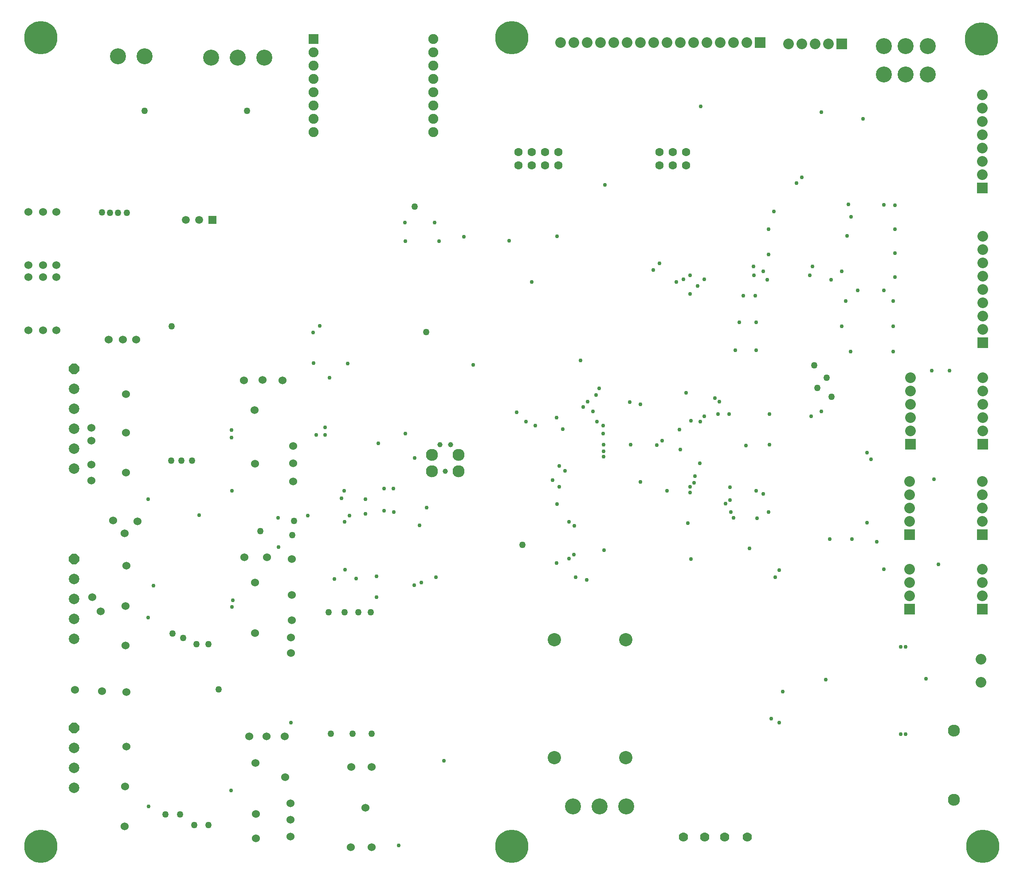
<source format=gbs>
G04*
G04 #@! TF.GenerationSoftware,Altium Limited,Altium Designer,19.0.10 (269)*
G04*
G04 Layer_Color=16711935*
%FSLAX25Y25*%
%MOIN*%
G70*
G01*
G75*
%ADD24R,0.08000X0.08000*%
%ADD64C,0.08000*%
%ADD65C,0.06000*%
%ADD66R,0.08000X0.08000*%
%ADD67R,0.07480X0.07480*%
%ADD68C,0.07480*%
%ADD69C,0.06299*%
%ADD70C,0.10000*%
%ADD71C,0.12000*%
%ADD72C,0.09055*%
%ADD73C,0.07874*%
%ADD74P,0.08523X8X292.5*%
%ADD75C,0.05906*%
%ADD76R,0.05906X0.05906*%
%ADD77C,0.07000*%
%ADD78C,0.25000*%
%ADD79C,0.03900*%
%ADD80C,0.03000*%
%ADD81C,0.05000*%
D24*
X561500Y624500D02*
D03*
X623000Y623500D02*
D03*
D64*
X727530Y160653D02*
D03*
Y143347D02*
D03*
X411500Y624500D02*
D03*
X421500D02*
D03*
X431500Y624500D02*
D03*
X441500Y624500D02*
D03*
X451500Y624500D02*
D03*
X461500Y624500D02*
D03*
X471500D02*
D03*
X481500Y624500D02*
D03*
X491500D02*
D03*
X501500Y624500D02*
D03*
X511500D02*
D03*
X521500Y624500D02*
D03*
X531500D02*
D03*
X541500D02*
D03*
X551500Y624500D02*
D03*
X728799Y372394D02*
D03*
Y362394D02*
D03*
Y352394D02*
D03*
Y342394D02*
D03*
Y332394D02*
D03*
X729000Y408600D02*
D03*
Y478600D02*
D03*
Y468600D02*
D03*
Y458600D02*
D03*
Y448600D02*
D03*
Y438600D02*
D03*
Y428600D02*
D03*
Y418600D02*
D03*
X583000Y623500D02*
D03*
X593000D02*
D03*
X603000D02*
D03*
X613000D02*
D03*
X728391Y585109D02*
D03*
Y575109D02*
D03*
Y565109D02*
D03*
Y555109D02*
D03*
Y545109D02*
D03*
Y535109D02*
D03*
Y525109D02*
D03*
X674500Y372500D02*
D03*
Y362500D02*
D03*
Y352500D02*
D03*
Y342500D02*
D03*
Y332500D02*
D03*
X674000Y294500D02*
D03*
Y284500D02*
D03*
Y274500D02*
D03*
Y264500D02*
D03*
X728500Y294500D02*
D03*
Y284500D02*
D03*
Y274500D02*
D03*
Y264500D02*
D03*
X728500Y228500D02*
D03*
Y218500D02*
D03*
Y208500D02*
D03*
X674000Y228500D02*
D03*
Y218500D02*
D03*
Y208500D02*
D03*
D65*
X182000Y307600D02*
D03*
X71850Y401167D02*
D03*
X85000Y331000D02*
D03*
X269500Y19500D02*
D03*
X254000D02*
D03*
X269494Y79519D02*
D03*
X254100D02*
D03*
X182500Y44449D02*
D03*
X182031Y82654D02*
D03*
X182000Y180500D02*
D03*
X204031Y102618D02*
D03*
X190500D02*
D03*
X177540D02*
D03*
X204531Y72154D02*
D03*
X182500Y25933D02*
D03*
X208500Y27449D02*
D03*
Y39949D02*
D03*
Y52349D02*
D03*
X209000Y165500D02*
D03*
Y177000D02*
D03*
X209500Y189949D02*
D03*
X265000Y49000D02*
D03*
X182000Y218500D02*
D03*
X209500Y208933D02*
D03*
Y236000D02*
D03*
X191000Y237500D02*
D03*
X174000D02*
D03*
X210500Y294500D02*
D03*
Y308000D02*
D03*
Y321000D02*
D03*
X202500Y370500D02*
D03*
X187500Y370600D02*
D03*
X173500Y370500D02*
D03*
X181500Y348100D02*
D03*
X84000Y35000D02*
D03*
X84189Y65000D02*
D03*
X85189Y95056D02*
D03*
X84500Y171000D02*
D03*
Y200600D02*
D03*
X85189Y231000D02*
D03*
X84000Y255500D02*
D03*
X85000Y360000D02*
D03*
X85189Y136056D02*
D03*
X67000Y136600D02*
D03*
X46500Y137600D02*
D03*
X66000Y196600D02*
D03*
X59500Y207416D02*
D03*
X93500Y264500D02*
D03*
X75300Y265067D02*
D03*
X85000Y301000D02*
D03*
X59000Y307090D02*
D03*
Y295100D02*
D03*
Y334600D02*
D03*
Y325036D02*
D03*
X92568Y401167D02*
D03*
X82568D02*
D03*
X11500Y408100D02*
D03*
X22489D02*
D03*
X32489D02*
D03*
X11511Y448100D02*
D03*
X22500D02*
D03*
X32500D02*
D03*
X11500Y457100D02*
D03*
X22489D02*
D03*
X32489D02*
D03*
X32500Y497100D02*
D03*
X22500D02*
D03*
X11511D02*
D03*
D66*
X728799Y322394D02*
D03*
X729000Y398600D02*
D03*
X728391Y515109D02*
D03*
X674500Y322500D02*
D03*
X674000Y254500D02*
D03*
X728500D02*
D03*
X728500Y198500D02*
D03*
X674000D02*
D03*
D67*
X226000Y627000D02*
D03*
D68*
Y617000D02*
D03*
Y607000D02*
D03*
Y597000D02*
D03*
Y587000D02*
D03*
Y577000D02*
D03*
Y567000D02*
D03*
Y557000D02*
D03*
X316000D02*
D03*
Y567000D02*
D03*
Y577000D02*
D03*
Y587000D02*
D03*
Y597000D02*
D03*
Y607000D02*
D03*
Y617000D02*
D03*
Y627000D02*
D03*
D69*
X380000Y532000D02*
D03*
Y542000D02*
D03*
X390000Y532000D02*
D03*
Y542000D02*
D03*
X400000Y532000D02*
D03*
Y542000D02*
D03*
X410000D02*
D03*
Y532000D02*
D03*
X506000Y542083D02*
D03*
Y532083D02*
D03*
X496000Y542083D02*
D03*
Y532083D02*
D03*
X486000Y542083D02*
D03*
Y532083D02*
D03*
D70*
X460500Y175290D02*
D03*
Y86710D02*
D03*
X407000D02*
D03*
Y175290D02*
D03*
D71*
X99000Y614000D02*
D03*
X79000D02*
D03*
X654465Y621827D02*
D03*
X671000D02*
D03*
X687535D02*
D03*
Y600173D02*
D03*
X671000D02*
D03*
X654465D02*
D03*
X189000Y613000D02*
D03*
X169000D02*
D03*
X149000D02*
D03*
X421000Y50000D02*
D03*
X441000D02*
D03*
X461000D02*
D03*
D72*
X707094Y55134D02*
D03*
Y106866D02*
D03*
X315000Y302000D02*
D03*
X335000D02*
D03*
X315000Y314500D02*
D03*
X335000D02*
D03*
D73*
X46000Y64000D02*
D03*
Y94000D02*
D03*
Y79000D02*
D03*
Y206000D02*
D03*
Y221000D02*
D03*
Y191000D02*
D03*
Y176000D02*
D03*
Y319000D02*
D03*
Y334000D02*
D03*
Y364000D02*
D03*
Y349000D02*
D03*
Y304000D02*
D03*
D74*
Y109000D02*
D03*
Y236000D02*
D03*
Y379000D02*
D03*
D75*
X130000Y491000D02*
D03*
X140000D02*
D03*
D76*
X150000D02*
D03*
D77*
X552000Y27000D02*
D03*
X535000D02*
D03*
X520000D02*
D03*
X504000D02*
D03*
D78*
X375000Y20000D02*
D03*
X21000Y628000D02*
D03*
X375000D02*
D03*
X729000Y20000D02*
D03*
X728000Y627000D02*
D03*
X21000Y20000D02*
D03*
D79*
X329000Y322000D02*
D03*
X321000D02*
D03*
X325000Y302000D02*
D03*
D80*
X408500Y342500D02*
D03*
X413271Y333784D02*
D03*
X444305Y242514D02*
D03*
X422903Y222416D02*
D03*
X431096Y220263D02*
D03*
X504000Y446500D02*
D03*
X514500Y441500D02*
D03*
X519500Y446500D02*
D03*
X509000Y435500D02*
D03*
X481078Y453422D02*
D03*
X573000Y222500D02*
D03*
X568000Y271500D02*
D03*
X559039Y266706D02*
D03*
X576000Y227646D02*
D03*
X627000Y479000D02*
D03*
X654500Y502500D02*
D03*
X663000Y502000D02*
D03*
X627822Y502600D02*
D03*
X199500Y244905D02*
D03*
X246799Y281766D02*
D03*
X199280Y267000D02*
D03*
X629944Y493193D02*
D03*
X506000Y361000D02*
D03*
X538300Y345026D02*
D03*
X530000Y345000D02*
D03*
X570000Y116000D02*
D03*
X576000Y113000D02*
D03*
X436000Y347000D02*
D03*
X378500Y346500D02*
D03*
X265000Y270000D02*
D03*
Y281000D02*
D03*
X164218Y333000D02*
D03*
X226000Y383500D02*
D03*
X105500Y216000D02*
D03*
X234500Y329500D02*
D03*
Y335000D02*
D03*
X301500Y216500D02*
D03*
X318000Y222250D02*
D03*
X563700Y452500D02*
D03*
X556662Y456074D02*
D03*
X556765Y449491D02*
D03*
X622700Y452500D02*
D03*
X615000Y446000D02*
D03*
X324000Y84409D02*
D03*
X317000Y489000D02*
D03*
X274500Y323017D02*
D03*
X253000Y268706D02*
D03*
X209000Y113000D02*
D03*
X307000Y218500D02*
D03*
X444000Y313000D02*
D03*
X408984Y277295D02*
D03*
X410500Y290500D02*
D03*
X408500Y233000D02*
D03*
X345874Y382000D02*
D03*
X405500Y295500D02*
D03*
X418000Y264000D02*
D03*
X415000Y302500D02*
D03*
X392500Y336500D02*
D03*
X230500Y411500D02*
D03*
X225500Y406300D02*
D03*
X164094Y327220D02*
D03*
X241500Y221000D02*
D03*
X165063Y204965D02*
D03*
X491500Y287500D02*
D03*
X507145Y263063D02*
D03*
X509500Y236000D02*
D03*
X422000Y261000D02*
D03*
X443500Y336500D02*
D03*
X439000Y339500D02*
D03*
X140000Y268964D02*
D03*
X102000Y50000D02*
D03*
X228000Y329500D02*
D03*
X101500Y281000D02*
D03*
Y192137D02*
D03*
X164500Y287500D02*
D03*
X238000Y372500D02*
D03*
X286033Y271500D02*
D03*
X278737Y288937D02*
D03*
X279000Y272500D02*
D03*
X164500Y200000D02*
D03*
X248967Y287500D02*
D03*
X221500Y268706D02*
D03*
X305500Y261500D02*
D03*
X286000Y289000D02*
D03*
X273137Y223000D02*
D03*
X273006Y207500D02*
D03*
X302000Y312000D02*
D03*
X311000Y274604D02*
D03*
X464328Y322000D02*
D03*
X484000Y321652D02*
D03*
X164000Y62000D02*
D03*
X249544Y227937D02*
D03*
X290000Y20544D02*
D03*
X593000Y523000D02*
D03*
X639000Y567000D02*
D03*
X501500Y318500D02*
D03*
X488000Y325000D02*
D03*
X463590Y354090D02*
D03*
X500733Y333216D02*
D03*
X509500Y340000D02*
D03*
X516500Y339500D02*
D03*
X519500Y343500D02*
D03*
X418000Y236500D02*
D03*
X421500Y239500D02*
D03*
X390000Y444500D02*
D03*
X410500Y306000D02*
D03*
X426500Y385500D02*
D03*
X438126Y359500D02*
D03*
X471500Y352500D02*
D03*
X440500Y364500D02*
D03*
X258000Y221353D02*
D03*
X295000Y330500D02*
D03*
X409000Y478600D02*
D03*
X445000Y517505D02*
D03*
X385500Y339500D02*
D03*
X428500Y350500D02*
D03*
X432000Y354500D02*
D03*
X471500Y293900D02*
D03*
X511838Y293319D02*
D03*
X498500Y444500D02*
D03*
X531000Y354268D02*
D03*
X527635Y357000D02*
D03*
X486000Y458500D02*
D03*
X508830Y290311D02*
D03*
X509000Y286000D02*
D03*
Y449500D02*
D03*
X567000Y446000D02*
D03*
X670900Y104500D02*
D03*
X642000Y263500D02*
D03*
X607500Y347000D02*
D03*
X568552Y322000D02*
D03*
X551000Y321500D02*
D03*
X614000Y251100D02*
D03*
X600000Y343240D02*
D03*
X630500Y251100D02*
D03*
X649250Y249000D02*
D03*
X568552Y345026D02*
D03*
X645000Y311000D02*
D03*
X642000Y316000D02*
D03*
X516044Y308064D02*
D03*
X578500Y136500D02*
D03*
X512500Y298500D02*
D03*
X443500Y330500D02*
D03*
X607500Y572000D02*
D03*
X558000Y434000D02*
D03*
X549000D02*
D03*
X546000Y414000D02*
D03*
X572000Y497500D02*
D03*
X568000Y465000D02*
D03*
Y484000D02*
D03*
X558500Y392858D02*
D03*
Y414000D02*
D03*
X542934Y393000D02*
D03*
X663000Y448000D02*
D03*
X599000Y449500D02*
D03*
X663000Y466000D02*
D03*
Y484000D02*
D03*
X601000Y456000D02*
D03*
X589000Y518751D02*
D03*
X623000Y411000D02*
D03*
X626000Y430000D02*
D03*
X629500Y392000D02*
D03*
X654380Y228500D02*
D03*
X558500Y287500D02*
D03*
X564000Y285000D02*
D03*
X553500Y244000D02*
D03*
X538828Y289916D02*
D03*
X670900Y170000D02*
D03*
X667100D02*
D03*
Y104500D02*
D03*
X611000Y145500D02*
D03*
X320050Y475000D02*
D03*
X373000Y475500D02*
D03*
X541500Y267000D02*
D03*
X539500Y271500D02*
D03*
X535358Y277562D02*
D03*
X654500Y438000D02*
D03*
X634981Y437901D02*
D03*
X517000Y576181D02*
D03*
X295000Y475000D02*
D03*
X294500Y489000D02*
D03*
X251461Y383000D02*
D03*
X444000Y322000D02*
D03*
X249044Y264000D02*
D03*
X443828Y317000D02*
D03*
X538809Y280265D02*
D03*
X338769Y478386D02*
D03*
X661500Y392000D02*
D03*
X661460Y411099D02*
D03*
Y430099D02*
D03*
X695487Y232000D02*
D03*
X686043Y146000D02*
D03*
X692039Y296000D02*
D03*
X704000Y377800D02*
D03*
X690610D02*
D03*
D81*
X211017Y264775D02*
D03*
X210000Y254000D02*
D03*
X185897Y256861D02*
D03*
X615300Y358041D02*
D03*
X611500Y372500D02*
D03*
X602250Y381599D02*
D03*
X604400Y364820D02*
D03*
X259500Y196000D02*
D03*
X249044Y196063D02*
D03*
X382750Y246750D02*
D03*
X310500Y406800D02*
D03*
X302000Y501035D02*
D03*
X269000Y196000D02*
D03*
X237235Y196063D02*
D03*
X176000Y573000D02*
D03*
X98811D02*
D03*
X269494Y104636D02*
D03*
X255044D02*
D03*
X239000D02*
D03*
X146803Y35984D02*
D03*
X136016D02*
D03*
X125484Y44016D02*
D03*
X114500D02*
D03*
X134500Y310000D02*
D03*
X126492D02*
D03*
X118821D02*
D03*
X147000Y172000D02*
D03*
X138000D02*
D03*
X127752Y176748D02*
D03*
X120000Y180099D02*
D03*
X154500Y138134D02*
D03*
X85435Y496500D02*
D03*
X78964D02*
D03*
X73000D02*
D03*
X66900Y496600D02*
D03*
X119321Y410953D02*
D03*
M02*

</source>
